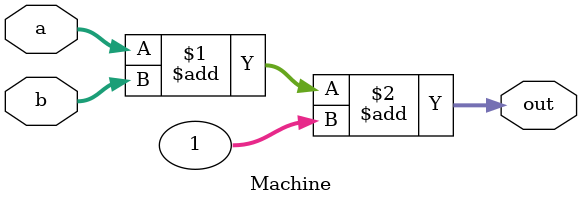
<source format=v>
module Machine(input [63:0] a,input [63:0] b,output [63:0]  out);
assign out = a + b + 1;
endmodule


</source>
